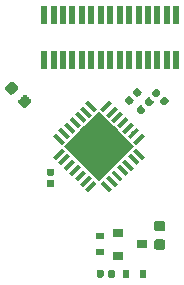
<source format=gbr>
G04 #@! TF.GenerationSoftware,KiCad,Pcbnew,(5.1.2)-2*
G04 #@! TF.CreationDate,2020-03-09T10:25:20+01:00*
G04 #@! TF.ProjectId,ACM-pcb,41434d2d-7063-4622-9e6b-696361645f70,rev?*
G04 #@! TF.SameCoordinates,Original*
G04 #@! TF.FileFunction,Paste,Bot*
G04 #@! TF.FilePolarity,Positive*
%FSLAX46Y46*%
G04 Gerber Fmt 4.6, Leading zero omitted, Abs format (unit mm)*
G04 Created by KiCad (PCBNEW (5.1.2)-2) date 2020-03-09 10:25:20*
%MOMM*%
%LPD*%
G04 APERTURE LIST*
%ADD10C,0.350000*%
%ADD11C,0.100000*%
%ADD12C,4.200000*%
%ADD13C,0.590000*%
%ADD14C,0.875000*%
%ADD15R,0.550000X1.500000*%
%ADD16R,0.600000X0.700000*%
%ADD17R,0.900000X0.800000*%
%ADD18R,0.700000X0.600000*%
G04 APERTURE END LIST*
D10*
X74093196Y-74914087D03*
D11*
G36*
X74588171Y-74666600D02*
G01*
X73845709Y-75409062D01*
X73598221Y-75161574D01*
X74340683Y-74419112D01*
X74588171Y-74666600D01*
X74588171Y-74666600D01*
G37*
D10*
X74552816Y-75373707D03*
D11*
G36*
X75047791Y-75126220D02*
G01*
X74305329Y-75868682D01*
X74057841Y-75621194D01*
X74800303Y-74878732D01*
X75047791Y-75126220D01*
X75047791Y-75126220D01*
G37*
D10*
X75012435Y-75833326D03*
D11*
G36*
X75507410Y-75585839D02*
G01*
X74764948Y-76328301D01*
X74517460Y-76080813D01*
X75259922Y-75338351D01*
X75507410Y-75585839D01*
X75507410Y-75585839D01*
G37*
D10*
X75472054Y-76292946D03*
D11*
G36*
X75967029Y-76045459D02*
G01*
X75224567Y-76787921D01*
X74977079Y-76540433D01*
X75719541Y-75797971D01*
X75967029Y-76045459D01*
X75967029Y-76045459D01*
G37*
D10*
X75931674Y-76752565D03*
D11*
G36*
X76426649Y-76505078D02*
G01*
X75684187Y-77247540D01*
X75436699Y-77000052D01*
X76179161Y-76257590D01*
X76426649Y-76505078D01*
X76426649Y-76505078D01*
G37*
D10*
X76391293Y-77212184D03*
D11*
G36*
X76886268Y-76964697D02*
G01*
X76143806Y-77707159D01*
X75896318Y-77459671D01*
X76638780Y-76717209D01*
X76886268Y-76964697D01*
X76886268Y-76964697D01*
G37*
D10*
X76850913Y-77671804D03*
D11*
G36*
X77345888Y-77424317D02*
G01*
X76603426Y-78166779D01*
X76355938Y-77919291D01*
X77098400Y-77176829D01*
X77345888Y-77424317D01*
X77345888Y-77424317D01*
G37*
D10*
X76850913Y-78944596D03*
D11*
G36*
X76603426Y-78449621D02*
G01*
X77345888Y-79192083D01*
X77098400Y-79439571D01*
X76355938Y-78697109D01*
X76603426Y-78449621D01*
X76603426Y-78449621D01*
G37*
D10*
X76391293Y-79404216D03*
D11*
G36*
X76143806Y-78909241D02*
G01*
X76886268Y-79651703D01*
X76638780Y-79899191D01*
X75896318Y-79156729D01*
X76143806Y-78909241D01*
X76143806Y-78909241D01*
G37*
D10*
X75931674Y-79863835D03*
D11*
G36*
X75684187Y-79368860D02*
G01*
X76426649Y-80111322D01*
X76179161Y-80358810D01*
X75436699Y-79616348D01*
X75684187Y-79368860D01*
X75684187Y-79368860D01*
G37*
D10*
X75472054Y-80323454D03*
D11*
G36*
X75224567Y-79828479D02*
G01*
X75967029Y-80570941D01*
X75719541Y-80818429D01*
X74977079Y-80075967D01*
X75224567Y-79828479D01*
X75224567Y-79828479D01*
G37*
D10*
X75012435Y-80783074D03*
D11*
G36*
X74764948Y-80288099D02*
G01*
X75507410Y-81030561D01*
X75259922Y-81278049D01*
X74517460Y-80535587D01*
X74764948Y-80288099D01*
X74764948Y-80288099D01*
G37*
D10*
X74552816Y-81242693D03*
D11*
G36*
X74305329Y-80747718D02*
G01*
X75047791Y-81490180D01*
X74800303Y-81737668D01*
X74057841Y-80995206D01*
X74305329Y-80747718D01*
X74305329Y-80747718D01*
G37*
D10*
X74093196Y-81702313D03*
D11*
G36*
X73845709Y-81207338D02*
G01*
X74588171Y-81949800D01*
X74340683Y-82197288D01*
X73598221Y-81454826D01*
X73845709Y-81207338D01*
X73845709Y-81207338D01*
G37*
D10*
X72820404Y-81702313D03*
D11*
G36*
X73315379Y-81454826D02*
G01*
X72572917Y-82197288D01*
X72325429Y-81949800D01*
X73067891Y-81207338D01*
X73315379Y-81454826D01*
X73315379Y-81454826D01*
G37*
D10*
X72360784Y-81242693D03*
D11*
G36*
X72855759Y-80995206D02*
G01*
X72113297Y-81737668D01*
X71865809Y-81490180D01*
X72608271Y-80747718D01*
X72855759Y-80995206D01*
X72855759Y-80995206D01*
G37*
D10*
X71901165Y-80783074D03*
D11*
G36*
X72396140Y-80535587D02*
G01*
X71653678Y-81278049D01*
X71406190Y-81030561D01*
X72148652Y-80288099D01*
X72396140Y-80535587D01*
X72396140Y-80535587D01*
G37*
D10*
X71441546Y-80323454D03*
D11*
G36*
X71936521Y-80075967D02*
G01*
X71194059Y-80818429D01*
X70946571Y-80570941D01*
X71689033Y-79828479D01*
X71936521Y-80075967D01*
X71936521Y-80075967D01*
G37*
D10*
X70981926Y-79863835D03*
D11*
G36*
X71476901Y-79616348D02*
G01*
X70734439Y-80358810D01*
X70486951Y-80111322D01*
X71229413Y-79368860D01*
X71476901Y-79616348D01*
X71476901Y-79616348D01*
G37*
D10*
X70522307Y-79404216D03*
D11*
G36*
X71017282Y-79156729D02*
G01*
X70274820Y-79899191D01*
X70027332Y-79651703D01*
X70769794Y-78909241D01*
X71017282Y-79156729D01*
X71017282Y-79156729D01*
G37*
D10*
X70062687Y-78944596D03*
D11*
G36*
X70557662Y-78697109D02*
G01*
X69815200Y-79439571D01*
X69567712Y-79192083D01*
X70310174Y-78449621D01*
X70557662Y-78697109D01*
X70557662Y-78697109D01*
G37*
D10*
X70062687Y-77671804D03*
D11*
G36*
X69815200Y-77176829D02*
G01*
X70557662Y-77919291D01*
X70310174Y-78166779D01*
X69567712Y-77424317D01*
X69815200Y-77176829D01*
X69815200Y-77176829D01*
G37*
D10*
X70522307Y-77212184D03*
D11*
G36*
X70274820Y-76717209D02*
G01*
X71017282Y-77459671D01*
X70769794Y-77707159D01*
X70027332Y-76964697D01*
X70274820Y-76717209D01*
X70274820Y-76717209D01*
G37*
D10*
X70981926Y-76752565D03*
D11*
G36*
X70734439Y-76257590D02*
G01*
X71476901Y-77000052D01*
X71229413Y-77247540D01*
X70486951Y-76505078D01*
X70734439Y-76257590D01*
X70734439Y-76257590D01*
G37*
D10*
X71441546Y-76292946D03*
D11*
G36*
X71194059Y-75797971D02*
G01*
X71936521Y-76540433D01*
X71689033Y-76787921D01*
X70946571Y-76045459D01*
X71194059Y-75797971D01*
X71194059Y-75797971D01*
G37*
D10*
X71901165Y-75833326D03*
D11*
G36*
X71653678Y-75338351D02*
G01*
X72396140Y-76080813D01*
X72148652Y-76328301D01*
X71406190Y-75585839D01*
X71653678Y-75338351D01*
X71653678Y-75338351D01*
G37*
D10*
X72360784Y-75373707D03*
D11*
G36*
X72113297Y-74878732D02*
G01*
X72855759Y-75621194D01*
X72608271Y-75868682D01*
X71865809Y-75126220D01*
X72113297Y-74878732D01*
X72113297Y-74878732D01*
G37*
D10*
X72820404Y-74914087D03*
D11*
G36*
X72572917Y-74419112D02*
G01*
X73315379Y-75161574D01*
X73067891Y-75409062D01*
X72325429Y-74666600D01*
X72572917Y-74419112D01*
X72572917Y-74419112D01*
G37*
D12*
X73456800Y-78308200D03*
D11*
G36*
X73456800Y-75338352D02*
G01*
X76426648Y-78308200D01*
X73456800Y-81278048D01*
X70486952Y-78308200D01*
X73456800Y-75338352D01*
X73456800Y-75338352D01*
G37*
G36*
X69554358Y-80195910D02*
G01*
X69568676Y-80198034D01*
X69582717Y-80201551D01*
X69596346Y-80206428D01*
X69609431Y-80212617D01*
X69621847Y-80220058D01*
X69633473Y-80228681D01*
X69644198Y-80238402D01*
X69653919Y-80249127D01*
X69662542Y-80260753D01*
X69669983Y-80273169D01*
X69676172Y-80286254D01*
X69681049Y-80299883D01*
X69684566Y-80313924D01*
X69686690Y-80328242D01*
X69687400Y-80342700D01*
X69687400Y-80637700D01*
X69686690Y-80652158D01*
X69684566Y-80666476D01*
X69681049Y-80680517D01*
X69676172Y-80694146D01*
X69669983Y-80707231D01*
X69662542Y-80719647D01*
X69653919Y-80731273D01*
X69644198Y-80741998D01*
X69633473Y-80751719D01*
X69621847Y-80760342D01*
X69609431Y-80767783D01*
X69596346Y-80773972D01*
X69582717Y-80778849D01*
X69568676Y-80782366D01*
X69554358Y-80784490D01*
X69539900Y-80785200D01*
X69194900Y-80785200D01*
X69180442Y-80784490D01*
X69166124Y-80782366D01*
X69152083Y-80778849D01*
X69138454Y-80773972D01*
X69125369Y-80767783D01*
X69112953Y-80760342D01*
X69101327Y-80751719D01*
X69090602Y-80741998D01*
X69080881Y-80731273D01*
X69072258Y-80719647D01*
X69064817Y-80707231D01*
X69058628Y-80694146D01*
X69053751Y-80680517D01*
X69050234Y-80666476D01*
X69048110Y-80652158D01*
X69047400Y-80637700D01*
X69047400Y-80342700D01*
X69048110Y-80328242D01*
X69050234Y-80313924D01*
X69053751Y-80299883D01*
X69058628Y-80286254D01*
X69064817Y-80273169D01*
X69072258Y-80260753D01*
X69080881Y-80249127D01*
X69090602Y-80238402D01*
X69101327Y-80228681D01*
X69112953Y-80220058D01*
X69125369Y-80212617D01*
X69138454Y-80206428D01*
X69152083Y-80201551D01*
X69166124Y-80198034D01*
X69180442Y-80195910D01*
X69194900Y-80195200D01*
X69539900Y-80195200D01*
X69554358Y-80195910D01*
X69554358Y-80195910D01*
G37*
D13*
X69367400Y-80490200D03*
D11*
G36*
X69554358Y-81165910D02*
G01*
X69568676Y-81168034D01*
X69582717Y-81171551D01*
X69596346Y-81176428D01*
X69609431Y-81182617D01*
X69621847Y-81190058D01*
X69633473Y-81198681D01*
X69644198Y-81208402D01*
X69653919Y-81219127D01*
X69662542Y-81230753D01*
X69669983Y-81243169D01*
X69676172Y-81256254D01*
X69681049Y-81269883D01*
X69684566Y-81283924D01*
X69686690Y-81298242D01*
X69687400Y-81312700D01*
X69687400Y-81607700D01*
X69686690Y-81622158D01*
X69684566Y-81636476D01*
X69681049Y-81650517D01*
X69676172Y-81664146D01*
X69669983Y-81677231D01*
X69662542Y-81689647D01*
X69653919Y-81701273D01*
X69644198Y-81711998D01*
X69633473Y-81721719D01*
X69621847Y-81730342D01*
X69609431Y-81737783D01*
X69596346Y-81743972D01*
X69582717Y-81748849D01*
X69568676Y-81752366D01*
X69554358Y-81754490D01*
X69539900Y-81755200D01*
X69194900Y-81755200D01*
X69180442Y-81754490D01*
X69166124Y-81752366D01*
X69152083Y-81748849D01*
X69138454Y-81743972D01*
X69125369Y-81737783D01*
X69112953Y-81730342D01*
X69101327Y-81721719D01*
X69090602Y-81711998D01*
X69080881Y-81701273D01*
X69072258Y-81689647D01*
X69064817Y-81677231D01*
X69058628Y-81664146D01*
X69053751Y-81650517D01*
X69050234Y-81636476D01*
X69048110Y-81622158D01*
X69047400Y-81607700D01*
X69047400Y-81312700D01*
X69048110Y-81298242D01*
X69050234Y-81283924D01*
X69053751Y-81269883D01*
X69058628Y-81256254D01*
X69064817Y-81243169D01*
X69072258Y-81230753D01*
X69080881Y-81219127D01*
X69090602Y-81208402D01*
X69101327Y-81198681D01*
X69112953Y-81190058D01*
X69125369Y-81182617D01*
X69138454Y-81176428D01*
X69152083Y-81171551D01*
X69166124Y-81168034D01*
X69180442Y-81165910D01*
X69194900Y-81165200D01*
X69539900Y-81165200D01*
X69554358Y-81165910D01*
X69554358Y-81165910D01*
G37*
D13*
X69367400Y-81460200D03*
D11*
G36*
X67229005Y-73942674D02*
G01*
X67250240Y-73945824D01*
X67271064Y-73951040D01*
X67291276Y-73958272D01*
X67310682Y-73967451D01*
X67329095Y-73978487D01*
X67346338Y-73991275D01*
X67362244Y-74005691D01*
X67671603Y-74315050D01*
X67686019Y-74330956D01*
X67698807Y-74348199D01*
X67709843Y-74366612D01*
X67719022Y-74386018D01*
X67726254Y-74406230D01*
X67731470Y-74427054D01*
X67734620Y-74448289D01*
X67735673Y-74469730D01*
X67734620Y-74491171D01*
X67731470Y-74512406D01*
X67726254Y-74533230D01*
X67719022Y-74553442D01*
X67709843Y-74572848D01*
X67698807Y-74591261D01*
X67686019Y-74608504D01*
X67671603Y-74624410D01*
X67309210Y-74986803D01*
X67293304Y-75001219D01*
X67276061Y-75014007D01*
X67257648Y-75025043D01*
X67238242Y-75034222D01*
X67218030Y-75041454D01*
X67197206Y-75046670D01*
X67175971Y-75049820D01*
X67154530Y-75050873D01*
X67133089Y-75049820D01*
X67111854Y-75046670D01*
X67091030Y-75041454D01*
X67070818Y-75034222D01*
X67051412Y-75025043D01*
X67032999Y-75014007D01*
X67015756Y-75001219D01*
X66999850Y-74986803D01*
X66690491Y-74677444D01*
X66676075Y-74661538D01*
X66663287Y-74644295D01*
X66652251Y-74625882D01*
X66643072Y-74606476D01*
X66635840Y-74586264D01*
X66630624Y-74565440D01*
X66627474Y-74544205D01*
X66626421Y-74522764D01*
X66627474Y-74501323D01*
X66630624Y-74480088D01*
X66635840Y-74459264D01*
X66643072Y-74439052D01*
X66652251Y-74419646D01*
X66663287Y-74401233D01*
X66676075Y-74383990D01*
X66690491Y-74368084D01*
X67052884Y-74005691D01*
X67068790Y-73991275D01*
X67086033Y-73978487D01*
X67104446Y-73967451D01*
X67123852Y-73958272D01*
X67144064Y-73951040D01*
X67164888Y-73945824D01*
X67186123Y-73942674D01*
X67207564Y-73941621D01*
X67229005Y-73942674D01*
X67229005Y-73942674D01*
G37*
D14*
X67181047Y-74496247D03*
D11*
G36*
X66115311Y-72828980D02*
G01*
X66136546Y-72832130D01*
X66157370Y-72837346D01*
X66177582Y-72844578D01*
X66196988Y-72853757D01*
X66215401Y-72864793D01*
X66232644Y-72877581D01*
X66248550Y-72891997D01*
X66557909Y-73201356D01*
X66572325Y-73217262D01*
X66585113Y-73234505D01*
X66596149Y-73252918D01*
X66605328Y-73272324D01*
X66612560Y-73292536D01*
X66617776Y-73313360D01*
X66620926Y-73334595D01*
X66621979Y-73356036D01*
X66620926Y-73377477D01*
X66617776Y-73398712D01*
X66612560Y-73419536D01*
X66605328Y-73439748D01*
X66596149Y-73459154D01*
X66585113Y-73477567D01*
X66572325Y-73494810D01*
X66557909Y-73510716D01*
X66195516Y-73873109D01*
X66179610Y-73887525D01*
X66162367Y-73900313D01*
X66143954Y-73911349D01*
X66124548Y-73920528D01*
X66104336Y-73927760D01*
X66083512Y-73932976D01*
X66062277Y-73936126D01*
X66040836Y-73937179D01*
X66019395Y-73936126D01*
X65998160Y-73932976D01*
X65977336Y-73927760D01*
X65957124Y-73920528D01*
X65937718Y-73911349D01*
X65919305Y-73900313D01*
X65902062Y-73887525D01*
X65886156Y-73873109D01*
X65576797Y-73563750D01*
X65562381Y-73547844D01*
X65549593Y-73530601D01*
X65538557Y-73512188D01*
X65529378Y-73492782D01*
X65522146Y-73472570D01*
X65516930Y-73451746D01*
X65513780Y-73430511D01*
X65512727Y-73409070D01*
X65513780Y-73387629D01*
X65516930Y-73366394D01*
X65522146Y-73345570D01*
X65529378Y-73325358D01*
X65538557Y-73305952D01*
X65549593Y-73287539D01*
X65562381Y-73270296D01*
X65576797Y-73254390D01*
X65939190Y-72891997D01*
X65955096Y-72877581D01*
X65972339Y-72864793D01*
X65990752Y-72853757D01*
X66010158Y-72844578D01*
X66030370Y-72837346D01*
X66051194Y-72832130D01*
X66072429Y-72828980D01*
X66093870Y-72827927D01*
X66115311Y-72828980D01*
X66115311Y-72828980D01*
G37*
D14*
X66067353Y-73382553D03*
D15*
X80022000Y-70988000D03*
X80022000Y-67188000D03*
X79222000Y-70988000D03*
X79222000Y-67188000D03*
X78422000Y-70988000D03*
X78422000Y-67188000D03*
X77622000Y-70988000D03*
X77622000Y-67188000D03*
X76822000Y-70988000D03*
X76822000Y-67188000D03*
X76022000Y-70988000D03*
X76022000Y-67188000D03*
X75222000Y-70988000D03*
X75222000Y-67188000D03*
X74422000Y-70988000D03*
X74422000Y-67188000D03*
X73622000Y-70988000D03*
X73622000Y-67188000D03*
X72822000Y-70988000D03*
X72822000Y-67188000D03*
X72022000Y-70988000D03*
X72022000Y-67188000D03*
X71222000Y-70988000D03*
X71222000Y-67188000D03*
X70422000Y-70988000D03*
X70422000Y-67188000D03*
X69622000Y-70988000D03*
X69622000Y-67188000D03*
X68822000Y-70988000D03*
X68822000Y-67188000D03*
D16*
X77200000Y-89100000D03*
X75800000Y-89100000D03*
D11*
G36*
X74694958Y-88780710D02*
G01*
X74709276Y-88782834D01*
X74723317Y-88786351D01*
X74736946Y-88791228D01*
X74750031Y-88797417D01*
X74762447Y-88804858D01*
X74774073Y-88813481D01*
X74784798Y-88823202D01*
X74794519Y-88833927D01*
X74803142Y-88845553D01*
X74810583Y-88857969D01*
X74816772Y-88871054D01*
X74821649Y-88884683D01*
X74825166Y-88898724D01*
X74827290Y-88913042D01*
X74828000Y-88927500D01*
X74828000Y-89272500D01*
X74827290Y-89286958D01*
X74825166Y-89301276D01*
X74821649Y-89315317D01*
X74816772Y-89328946D01*
X74810583Y-89342031D01*
X74803142Y-89354447D01*
X74794519Y-89366073D01*
X74784798Y-89376798D01*
X74774073Y-89386519D01*
X74762447Y-89395142D01*
X74750031Y-89402583D01*
X74736946Y-89408772D01*
X74723317Y-89413649D01*
X74709276Y-89417166D01*
X74694958Y-89419290D01*
X74680500Y-89420000D01*
X74385500Y-89420000D01*
X74371042Y-89419290D01*
X74356724Y-89417166D01*
X74342683Y-89413649D01*
X74329054Y-89408772D01*
X74315969Y-89402583D01*
X74303553Y-89395142D01*
X74291927Y-89386519D01*
X74281202Y-89376798D01*
X74271481Y-89366073D01*
X74262858Y-89354447D01*
X74255417Y-89342031D01*
X74249228Y-89328946D01*
X74244351Y-89315317D01*
X74240834Y-89301276D01*
X74238710Y-89286958D01*
X74238000Y-89272500D01*
X74238000Y-88927500D01*
X74238710Y-88913042D01*
X74240834Y-88898724D01*
X74244351Y-88884683D01*
X74249228Y-88871054D01*
X74255417Y-88857969D01*
X74262858Y-88845553D01*
X74271481Y-88833927D01*
X74281202Y-88823202D01*
X74291927Y-88813481D01*
X74303553Y-88804858D01*
X74315969Y-88797417D01*
X74329054Y-88791228D01*
X74342683Y-88786351D01*
X74356724Y-88782834D01*
X74371042Y-88780710D01*
X74385500Y-88780000D01*
X74680500Y-88780000D01*
X74694958Y-88780710D01*
X74694958Y-88780710D01*
G37*
D13*
X74533000Y-89100000D03*
D11*
G36*
X73724958Y-88780710D02*
G01*
X73739276Y-88782834D01*
X73753317Y-88786351D01*
X73766946Y-88791228D01*
X73780031Y-88797417D01*
X73792447Y-88804858D01*
X73804073Y-88813481D01*
X73814798Y-88823202D01*
X73824519Y-88833927D01*
X73833142Y-88845553D01*
X73840583Y-88857969D01*
X73846772Y-88871054D01*
X73851649Y-88884683D01*
X73855166Y-88898724D01*
X73857290Y-88913042D01*
X73858000Y-88927500D01*
X73858000Y-89272500D01*
X73857290Y-89286958D01*
X73855166Y-89301276D01*
X73851649Y-89315317D01*
X73846772Y-89328946D01*
X73840583Y-89342031D01*
X73833142Y-89354447D01*
X73824519Y-89366073D01*
X73814798Y-89376798D01*
X73804073Y-89386519D01*
X73792447Y-89395142D01*
X73780031Y-89402583D01*
X73766946Y-89408772D01*
X73753317Y-89413649D01*
X73739276Y-89417166D01*
X73724958Y-89419290D01*
X73710500Y-89420000D01*
X73415500Y-89420000D01*
X73401042Y-89419290D01*
X73386724Y-89417166D01*
X73372683Y-89413649D01*
X73359054Y-89408772D01*
X73345969Y-89402583D01*
X73333553Y-89395142D01*
X73321927Y-89386519D01*
X73311202Y-89376798D01*
X73301481Y-89366073D01*
X73292858Y-89354447D01*
X73285417Y-89342031D01*
X73279228Y-89328946D01*
X73274351Y-89315317D01*
X73270834Y-89301276D01*
X73268710Y-89286958D01*
X73268000Y-89272500D01*
X73268000Y-88927500D01*
X73268710Y-88913042D01*
X73270834Y-88898724D01*
X73274351Y-88884683D01*
X73279228Y-88871054D01*
X73285417Y-88857969D01*
X73292858Y-88845553D01*
X73301481Y-88833927D01*
X73311202Y-88823202D01*
X73321927Y-88813481D01*
X73333553Y-88804858D01*
X73345969Y-88797417D01*
X73359054Y-88791228D01*
X73372683Y-88786351D01*
X73386724Y-88782834D01*
X73401042Y-88780710D01*
X73415500Y-88780000D01*
X73710500Y-88780000D01*
X73724958Y-88780710D01*
X73724958Y-88780710D01*
G37*
D13*
X73563000Y-89100000D03*
D17*
X77080000Y-86600000D03*
X75080000Y-85650000D03*
X75080000Y-87550000D03*
D11*
G36*
X78897691Y-84613553D02*
G01*
X78918926Y-84616703D01*
X78939750Y-84621919D01*
X78959962Y-84629151D01*
X78979368Y-84638330D01*
X78997781Y-84649366D01*
X79015024Y-84662154D01*
X79030930Y-84676570D01*
X79045346Y-84692476D01*
X79058134Y-84709719D01*
X79069170Y-84728132D01*
X79078349Y-84747538D01*
X79085581Y-84767750D01*
X79090797Y-84788574D01*
X79093947Y-84809809D01*
X79095000Y-84831250D01*
X79095000Y-85268750D01*
X79093947Y-85290191D01*
X79090797Y-85311426D01*
X79085581Y-85332250D01*
X79078349Y-85352462D01*
X79069170Y-85371868D01*
X79058134Y-85390281D01*
X79045346Y-85407524D01*
X79030930Y-85423430D01*
X79015024Y-85437846D01*
X78997781Y-85450634D01*
X78979368Y-85461670D01*
X78959962Y-85470849D01*
X78939750Y-85478081D01*
X78918926Y-85483297D01*
X78897691Y-85486447D01*
X78876250Y-85487500D01*
X78363750Y-85487500D01*
X78342309Y-85486447D01*
X78321074Y-85483297D01*
X78300250Y-85478081D01*
X78280038Y-85470849D01*
X78260632Y-85461670D01*
X78242219Y-85450634D01*
X78224976Y-85437846D01*
X78209070Y-85423430D01*
X78194654Y-85407524D01*
X78181866Y-85390281D01*
X78170830Y-85371868D01*
X78161651Y-85352462D01*
X78154419Y-85332250D01*
X78149203Y-85311426D01*
X78146053Y-85290191D01*
X78145000Y-85268750D01*
X78145000Y-84831250D01*
X78146053Y-84809809D01*
X78149203Y-84788574D01*
X78154419Y-84767750D01*
X78161651Y-84747538D01*
X78170830Y-84728132D01*
X78181866Y-84709719D01*
X78194654Y-84692476D01*
X78209070Y-84676570D01*
X78224976Y-84662154D01*
X78242219Y-84649366D01*
X78260632Y-84638330D01*
X78280038Y-84629151D01*
X78300250Y-84621919D01*
X78321074Y-84616703D01*
X78342309Y-84613553D01*
X78363750Y-84612500D01*
X78876250Y-84612500D01*
X78897691Y-84613553D01*
X78897691Y-84613553D01*
G37*
D14*
X78620000Y-85050000D03*
D11*
G36*
X78897691Y-86188553D02*
G01*
X78918926Y-86191703D01*
X78939750Y-86196919D01*
X78959962Y-86204151D01*
X78979368Y-86213330D01*
X78997781Y-86224366D01*
X79015024Y-86237154D01*
X79030930Y-86251570D01*
X79045346Y-86267476D01*
X79058134Y-86284719D01*
X79069170Y-86303132D01*
X79078349Y-86322538D01*
X79085581Y-86342750D01*
X79090797Y-86363574D01*
X79093947Y-86384809D01*
X79095000Y-86406250D01*
X79095000Y-86843750D01*
X79093947Y-86865191D01*
X79090797Y-86886426D01*
X79085581Y-86907250D01*
X79078349Y-86927462D01*
X79069170Y-86946868D01*
X79058134Y-86965281D01*
X79045346Y-86982524D01*
X79030930Y-86998430D01*
X79015024Y-87012846D01*
X78997781Y-87025634D01*
X78979368Y-87036670D01*
X78959962Y-87045849D01*
X78939750Y-87053081D01*
X78918926Y-87058297D01*
X78897691Y-87061447D01*
X78876250Y-87062500D01*
X78363750Y-87062500D01*
X78342309Y-87061447D01*
X78321074Y-87058297D01*
X78300250Y-87053081D01*
X78280038Y-87045849D01*
X78260632Y-87036670D01*
X78242219Y-87025634D01*
X78224976Y-87012846D01*
X78209070Y-86998430D01*
X78194654Y-86982524D01*
X78181866Y-86965281D01*
X78170830Y-86946868D01*
X78161651Y-86927462D01*
X78154419Y-86907250D01*
X78149203Y-86886426D01*
X78146053Y-86865191D01*
X78145000Y-86843750D01*
X78145000Y-86406250D01*
X78146053Y-86384809D01*
X78149203Y-86363574D01*
X78154419Y-86342750D01*
X78161651Y-86322538D01*
X78170830Y-86303132D01*
X78181866Y-86284719D01*
X78194654Y-86267476D01*
X78209070Y-86251570D01*
X78224976Y-86237154D01*
X78242219Y-86224366D01*
X78260632Y-86213330D01*
X78280038Y-86204151D01*
X78300250Y-86196919D01*
X78321074Y-86191703D01*
X78342309Y-86188553D01*
X78363750Y-86187500D01*
X78876250Y-86187500D01*
X78897691Y-86188553D01*
X78897691Y-86188553D01*
G37*
D14*
X78620000Y-86625000D03*
D18*
X73540000Y-85874000D03*
X73540000Y-87274000D03*
D11*
G36*
X77034980Y-74836336D02*
G01*
X77049298Y-74838460D01*
X77063339Y-74841977D01*
X77076968Y-74846854D01*
X77090053Y-74853043D01*
X77102469Y-74860484D01*
X77114095Y-74869107D01*
X77124820Y-74878828D01*
X77368772Y-75122780D01*
X77378493Y-75133505D01*
X77387116Y-75145131D01*
X77394557Y-75157547D01*
X77400746Y-75170632D01*
X77405623Y-75184261D01*
X77409140Y-75198302D01*
X77411264Y-75212620D01*
X77411974Y-75227078D01*
X77411264Y-75241536D01*
X77409140Y-75255854D01*
X77405623Y-75269895D01*
X77400746Y-75283524D01*
X77394557Y-75296609D01*
X77387116Y-75309025D01*
X77378493Y-75320651D01*
X77368772Y-75331376D01*
X77160176Y-75539972D01*
X77149451Y-75549693D01*
X77137825Y-75558316D01*
X77125409Y-75565757D01*
X77112324Y-75571946D01*
X77098695Y-75576823D01*
X77084654Y-75580340D01*
X77070336Y-75582464D01*
X77055878Y-75583174D01*
X77041420Y-75582464D01*
X77027102Y-75580340D01*
X77013061Y-75576823D01*
X76999432Y-75571946D01*
X76986347Y-75565757D01*
X76973931Y-75558316D01*
X76962305Y-75549693D01*
X76951580Y-75539972D01*
X76707628Y-75296020D01*
X76697907Y-75285295D01*
X76689284Y-75273669D01*
X76681843Y-75261253D01*
X76675654Y-75248168D01*
X76670777Y-75234539D01*
X76667260Y-75220498D01*
X76665136Y-75206180D01*
X76664426Y-75191722D01*
X76665136Y-75177264D01*
X76667260Y-75162946D01*
X76670777Y-75148905D01*
X76675654Y-75135276D01*
X76681843Y-75122191D01*
X76689284Y-75109775D01*
X76697907Y-75098149D01*
X76707628Y-75087424D01*
X76916224Y-74878828D01*
X76926949Y-74869107D01*
X76938575Y-74860484D01*
X76950991Y-74853043D01*
X76964076Y-74846854D01*
X76977705Y-74841977D01*
X76991746Y-74838460D01*
X77006064Y-74836336D01*
X77020522Y-74835626D01*
X77034980Y-74836336D01*
X77034980Y-74836336D01*
G37*
D13*
X77038200Y-75209400D03*
D11*
G36*
X77720874Y-74150442D02*
G01*
X77735192Y-74152566D01*
X77749233Y-74156083D01*
X77762862Y-74160960D01*
X77775947Y-74167149D01*
X77788363Y-74174590D01*
X77799989Y-74183213D01*
X77810714Y-74192934D01*
X78054666Y-74436886D01*
X78064387Y-74447611D01*
X78073010Y-74459237D01*
X78080451Y-74471653D01*
X78086640Y-74484738D01*
X78091517Y-74498367D01*
X78095034Y-74512408D01*
X78097158Y-74526726D01*
X78097868Y-74541184D01*
X78097158Y-74555642D01*
X78095034Y-74569960D01*
X78091517Y-74584001D01*
X78086640Y-74597630D01*
X78080451Y-74610715D01*
X78073010Y-74623131D01*
X78064387Y-74634757D01*
X78054666Y-74645482D01*
X77846070Y-74854078D01*
X77835345Y-74863799D01*
X77823719Y-74872422D01*
X77811303Y-74879863D01*
X77798218Y-74886052D01*
X77784589Y-74890929D01*
X77770548Y-74894446D01*
X77756230Y-74896570D01*
X77741772Y-74897280D01*
X77727314Y-74896570D01*
X77712996Y-74894446D01*
X77698955Y-74890929D01*
X77685326Y-74886052D01*
X77672241Y-74879863D01*
X77659825Y-74872422D01*
X77648199Y-74863799D01*
X77637474Y-74854078D01*
X77393522Y-74610126D01*
X77383801Y-74599401D01*
X77375178Y-74587775D01*
X77367737Y-74575359D01*
X77361548Y-74562274D01*
X77356671Y-74548645D01*
X77353154Y-74534604D01*
X77351030Y-74520286D01*
X77350320Y-74505828D01*
X77351030Y-74491370D01*
X77353154Y-74477052D01*
X77356671Y-74463011D01*
X77361548Y-74449382D01*
X77367737Y-74436297D01*
X77375178Y-74423881D01*
X77383801Y-74412255D01*
X77393522Y-74401530D01*
X77602118Y-74192934D01*
X77612843Y-74183213D01*
X77624469Y-74174590D01*
X77636885Y-74167149D01*
X77649970Y-74160960D01*
X77663599Y-74156083D01*
X77677640Y-74152566D01*
X77691958Y-74150442D01*
X77706416Y-74149732D01*
X77720874Y-74150442D01*
X77720874Y-74150442D01*
G37*
D13*
X77724094Y-74523506D03*
D11*
G36*
X78340336Y-73413936D02*
G01*
X78354654Y-73416060D01*
X78368695Y-73419577D01*
X78382324Y-73424454D01*
X78395409Y-73430643D01*
X78407825Y-73438084D01*
X78419451Y-73446707D01*
X78430176Y-73456428D01*
X78638772Y-73665024D01*
X78648493Y-73675749D01*
X78657116Y-73687375D01*
X78664557Y-73699791D01*
X78670746Y-73712876D01*
X78675623Y-73726505D01*
X78679140Y-73740546D01*
X78681264Y-73754864D01*
X78681974Y-73769322D01*
X78681264Y-73783780D01*
X78679140Y-73798098D01*
X78675623Y-73812139D01*
X78670746Y-73825768D01*
X78664557Y-73838853D01*
X78657116Y-73851269D01*
X78648493Y-73862895D01*
X78638772Y-73873620D01*
X78394820Y-74117572D01*
X78384095Y-74127293D01*
X78372469Y-74135916D01*
X78360053Y-74143357D01*
X78346968Y-74149546D01*
X78333339Y-74154423D01*
X78319298Y-74157940D01*
X78304980Y-74160064D01*
X78290522Y-74160774D01*
X78276064Y-74160064D01*
X78261746Y-74157940D01*
X78247705Y-74154423D01*
X78234076Y-74149546D01*
X78220991Y-74143357D01*
X78208575Y-74135916D01*
X78196949Y-74127293D01*
X78186224Y-74117572D01*
X77977628Y-73908976D01*
X77967907Y-73898251D01*
X77959284Y-73886625D01*
X77951843Y-73874209D01*
X77945654Y-73861124D01*
X77940777Y-73847495D01*
X77937260Y-73833454D01*
X77935136Y-73819136D01*
X77934426Y-73804678D01*
X77935136Y-73790220D01*
X77937260Y-73775902D01*
X77940777Y-73761861D01*
X77945654Y-73748232D01*
X77951843Y-73735147D01*
X77959284Y-73722731D01*
X77967907Y-73711105D01*
X77977628Y-73700380D01*
X78221580Y-73456428D01*
X78232305Y-73446707D01*
X78243931Y-73438084D01*
X78256347Y-73430643D01*
X78269432Y-73424454D01*
X78283061Y-73419577D01*
X78297102Y-73416060D01*
X78311420Y-73413936D01*
X78325878Y-73413226D01*
X78340336Y-73413936D01*
X78340336Y-73413936D01*
G37*
D13*
X78308200Y-73787000D03*
D11*
G36*
X79026230Y-74099830D02*
G01*
X79040548Y-74101954D01*
X79054589Y-74105471D01*
X79068218Y-74110348D01*
X79081303Y-74116537D01*
X79093719Y-74123978D01*
X79105345Y-74132601D01*
X79116070Y-74142322D01*
X79324666Y-74350918D01*
X79334387Y-74361643D01*
X79343010Y-74373269D01*
X79350451Y-74385685D01*
X79356640Y-74398770D01*
X79361517Y-74412399D01*
X79365034Y-74426440D01*
X79367158Y-74440758D01*
X79367868Y-74455216D01*
X79367158Y-74469674D01*
X79365034Y-74483992D01*
X79361517Y-74498033D01*
X79356640Y-74511662D01*
X79350451Y-74524747D01*
X79343010Y-74537163D01*
X79334387Y-74548789D01*
X79324666Y-74559514D01*
X79080714Y-74803466D01*
X79069989Y-74813187D01*
X79058363Y-74821810D01*
X79045947Y-74829251D01*
X79032862Y-74835440D01*
X79019233Y-74840317D01*
X79005192Y-74843834D01*
X78990874Y-74845958D01*
X78976416Y-74846668D01*
X78961958Y-74845958D01*
X78947640Y-74843834D01*
X78933599Y-74840317D01*
X78919970Y-74835440D01*
X78906885Y-74829251D01*
X78894469Y-74821810D01*
X78882843Y-74813187D01*
X78872118Y-74803466D01*
X78663522Y-74594870D01*
X78653801Y-74584145D01*
X78645178Y-74572519D01*
X78637737Y-74560103D01*
X78631548Y-74547018D01*
X78626671Y-74533389D01*
X78623154Y-74519348D01*
X78621030Y-74505030D01*
X78620320Y-74490572D01*
X78621030Y-74476114D01*
X78623154Y-74461796D01*
X78626671Y-74447755D01*
X78631548Y-74434126D01*
X78637737Y-74421041D01*
X78645178Y-74408625D01*
X78653801Y-74396999D01*
X78663522Y-74386274D01*
X78907474Y-74142322D01*
X78918199Y-74132601D01*
X78929825Y-74123978D01*
X78942241Y-74116537D01*
X78955326Y-74110348D01*
X78968955Y-74105471D01*
X78982996Y-74101954D01*
X78997314Y-74099830D01*
X79011772Y-74099120D01*
X79026230Y-74099830D01*
X79026230Y-74099830D01*
G37*
D13*
X78994094Y-74472894D03*
D11*
G36*
X76018980Y-74048936D02*
G01*
X76033298Y-74051060D01*
X76047339Y-74054577D01*
X76060968Y-74059454D01*
X76074053Y-74065643D01*
X76086469Y-74073084D01*
X76098095Y-74081707D01*
X76108820Y-74091428D01*
X76352772Y-74335380D01*
X76362493Y-74346105D01*
X76371116Y-74357731D01*
X76378557Y-74370147D01*
X76384746Y-74383232D01*
X76389623Y-74396861D01*
X76393140Y-74410902D01*
X76395264Y-74425220D01*
X76395974Y-74439678D01*
X76395264Y-74454136D01*
X76393140Y-74468454D01*
X76389623Y-74482495D01*
X76384746Y-74496124D01*
X76378557Y-74509209D01*
X76371116Y-74521625D01*
X76362493Y-74533251D01*
X76352772Y-74543976D01*
X76144176Y-74752572D01*
X76133451Y-74762293D01*
X76121825Y-74770916D01*
X76109409Y-74778357D01*
X76096324Y-74784546D01*
X76082695Y-74789423D01*
X76068654Y-74792940D01*
X76054336Y-74795064D01*
X76039878Y-74795774D01*
X76025420Y-74795064D01*
X76011102Y-74792940D01*
X75997061Y-74789423D01*
X75983432Y-74784546D01*
X75970347Y-74778357D01*
X75957931Y-74770916D01*
X75946305Y-74762293D01*
X75935580Y-74752572D01*
X75691628Y-74508620D01*
X75681907Y-74497895D01*
X75673284Y-74486269D01*
X75665843Y-74473853D01*
X75659654Y-74460768D01*
X75654777Y-74447139D01*
X75651260Y-74433098D01*
X75649136Y-74418780D01*
X75648426Y-74404322D01*
X75649136Y-74389864D01*
X75651260Y-74375546D01*
X75654777Y-74361505D01*
X75659654Y-74347876D01*
X75665843Y-74334791D01*
X75673284Y-74322375D01*
X75681907Y-74310749D01*
X75691628Y-74300024D01*
X75900224Y-74091428D01*
X75910949Y-74081707D01*
X75922575Y-74073084D01*
X75934991Y-74065643D01*
X75948076Y-74059454D01*
X75961705Y-74054577D01*
X75975746Y-74051060D01*
X75990064Y-74048936D01*
X76004522Y-74048226D01*
X76018980Y-74048936D01*
X76018980Y-74048936D01*
G37*
D13*
X76022200Y-74422000D03*
D11*
G36*
X76704874Y-73363042D02*
G01*
X76719192Y-73365166D01*
X76733233Y-73368683D01*
X76746862Y-73373560D01*
X76759947Y-73379749D01*
X76772363Y-73387190D01*
X76783989Y-73395813D01*
X76794714Y-73405534D01*
X77038666Y-73649486D01*
X77048387Y-73660211D01*
X77057010Y-73671837D01*
X77064451Y-73684253D01*
X77070640Y-73697338D01*
X77075517Y-73710967D01*
X77079034Y-73725008D01*
X77081158Y-73739326D01*
X77081868Y-73753784D01*
X77081158Y-73768242D01*
X77079034Y-73782560D01*
X77075517Y-73796601D01*
X77070640Y-73810230D01*
X77064451Y-73823315D01*
X77057010Y-73835731D01*
X77048387Y-73847357D01*
X77038666Y-73858082D01*
X76830070Y-74066678D01*
X76819345Y-74076399D01*
X76807719Y-74085022D01*
X76795303Y-74092463D01*
X76782218Y-74098652D01*
X76768589Y-74103529D01*
X76754548Y-74107046D01*
X76740230Y-74109170D01*
X76725772Y-74109880D01*
X76711314Y-74109170D01*
X76696996Y-74107046D01*
X76682955Y-74103529D01*
X76669326Y-74098652D01*
X76656241Y-74092463D01*
X76643825Y-74085022D01*
X76632199Y-74076399D01*
X76621474Y-74066678D01*
X76377522Y-73822726D01*
X76367801Y-73812001D01*
X76359178Y-73800375D01*
X76351737Y-73787959D01*
X76345548Y-73774874D01*
X76340671Y-73761245D01*
X76337154Y-73747204D01*
X76335030Y-73732886D01*
X76334320Y-73718428D01*
X76335030Y-73703970D01*
X76337154Y-73689652D01*
X76340671Y-73675611D01*
X76345548Y-73661982D01*
X76351737Y-73648897D01*
X76359178Y-73636481D01*
X76367801Y-73624855D01*
X76377522Y-73614130D01*
X76586118Y-73405534D01*
X76596843Y-73395813D01*
X76608469Y-73387190D01*
X76620885Y-73379749D01*
X76633970Y-73373560D01*
X76647599Y-73368683D01*
X76661640Y-73365166D01*
X76675958Y-73363042D01*
X76690416Y-73362332D01*
X76704874Y-73363042D01*
X76704874Y-73363042D01*
G37*
D13*
X76708094Y-73736106D03*
M02*

</source>
